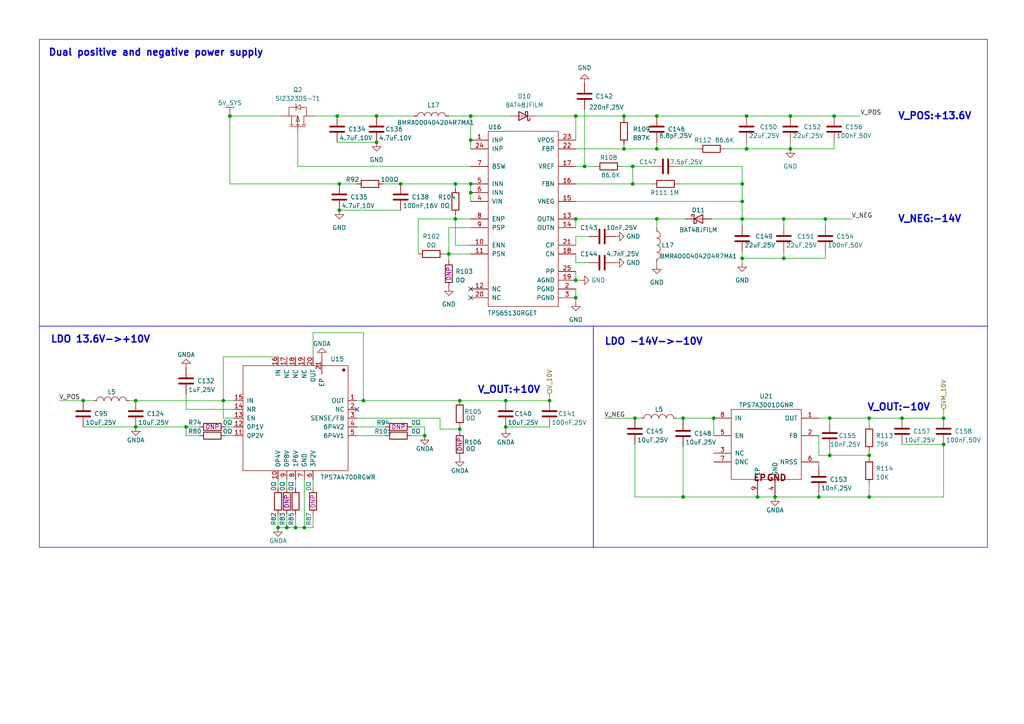
<source format=kicad_sch>
(kicad_sch (version 20230121) (generator eeschema)
  (paper "A4")
  (lib_symbols
    (symbol "00_HPM_power:GND" (power) (pin_names (offset 0))
      (property "Value" "GND" (at 0 -3.81 0))
      (symbol "GND_0_1"
        (polyline (pts (xy 0 0) (xy 0 -1.27) (xy 1.27 -1.27) (xy 0 -2.54) (xy -1.27 -1.27) (xy 0 -1.27)))
      )
      (symbol "GND_1_1"
        (pin power_in line (at 0 0 270) (length 0) hide (name "GND") (number "1"))
      )
    )
    (symbol "02_HPM_Resis:0Ω" (pin_numbers hide) (pin_names (offset 0))
      (property "Reference" "R" (at -3.81 0.635 0))
      (property "Value" "0Ω" (at 5.08 0.635 0))
      (symbol "0Ω_0_1"
        (rectangle (start 2.54 -1.016) (end -2.54 1.016) (stroke (width 0.254)))
      )
      (symbol "0Ω_1_1"
        (pin passive line (at -3.81 0 0) (length 1.27) (name "~") (number "1"))
        (pin passive line (at 3.81 0 180) (length 1.27) (name "~") (number "2"))
      )
    )
    (symbol "02_HPM_Resis:100Ω" (pin_numbers hide) (pin_names (offset 0))
      (property "Reference" "R" (at -3.81 0.635 0))
      (property "Value" "100Ω" (at 5.715 0.635 0))
      (symbol "100Ω_0_1"
        (rectangle (start 2.54 -1.016) (end -2.54 1.016) (stroke (width 0.254)))
      )
      (symbol "100Ω_1_1"
        (pin passive line (at -3.81 0 0) (length 1.27) (name "~") (number "1"))
        (pin passive line (at 3.81 0 180) (length 1.27) (name "~") (number "2"))
      )
    )
    (symbol "03_HPM_CAP:22uF,10V" (pin_numbers hide) (pin_names (offset 0.254))
      (property "Reference" "C" (at 0.635 2.54 0))
      (property "Value" "22uF,10V" (at 0.635 -2.54 0))
      (symbol "22uF,10V_0_1"
        (polyline (pts (xy -2.032 -0.762) (xy 2.032 -0.762)) (stroke (width 0.508)))
        (polyline (pts (xy -2.032 0.762) (xy 2.032 0.762)) (stroke (width 0.508)))
      )
      (symbol "22uF,10V_1_1"
        (pin passive line (at 0 3.81 270) (length 2.794) (name "~") (number "1"))
        (pin passive line (at 0 -3.81 90) (length 2.794) (name "~") (number "2"))
      )
    )
    (symbol "03_HPM_CAP:4.7uF,10V" (pin_numbers hide) (pin_names (offset 0.254))
      (property "Reference" "C" (at 0.635 2.54 0))
      (property "Value" "4.7uF,10V" (at 0.635 -2.54 0))
      (symbol "4.7uF,10V_0_1"
        (polyline (pts (xy -2.032 -0.762) (xy 2.032 -0.762)) (stroke (width 0.508)))
        (polyline (pts (xy -2.032 0.762) (xy 2.032 0.762)) (stroke (width 0.508)))
      )
      (symbol "4.7uF,10V_1_1"
        (pin passive line (at 0 3.81 270) (length 2.794) (name "~") (number "1"))
        (pin passive line (at 0 -3.81 90) (length 2.794) (name "~") (number "2"))
      )
    )
    (symbol "15_HPM_Libing:BLM21AG121SN1D" (pin_numbers hide) (pin_names (offset 1.016) hide)
      (property "Reference" "L?" (at 0 3.6576 0))
      (property "Value" "BLM21AG121SN1D" (at 0 8.7376 0))
      (symbol "BLM21AG121SN1D_1_1"
        (polyline (pts (xy 2.2098 0) (xy 2.2098 0.2032) (xy 2.2352 0.381) (xy 2.3114 0.5588) (xy 2.4384 0.7366) (xy 2.5654 0.8636) (xy 2.7432 0.9652) (xy 2.921 1.0414) (xy 3.1242 1.0668) (xy 3.3274 1.0668) (xy 3.5052 1.0414) (xy 3.7084 0.9652) (xy 3.8608 0.8382) (xy 4.0132 0.7112) (xy 4.1148 0.5334) (xy 4.191 0.3556) (xy 4.2164 0.1778) (xy 4.2164 0)) (stroke (width 0.1524)))
        (polyline (pts (xy -4.2926 0) (xy -4.2926 0.2032) (xy -4.2672 0.381) (xy -4.191 0.5588) (xy -4.064 0.7366) (xy -3.937 0.8636) (xy -3.7592 0.9652) (xy -3.5814 1.0414) (xy -3.3782 1.0922) (xy -3.2004 1.0922) (xy -2.9972 1.0414) (xy -2.8194 0.9652) (xy -2.6416 0.8636) (xy -2.5146 0.7366) (xy -2.3876 0.5588) (xy -2.3114 0.381) (xy -2.286 0.2032) (xy -2.286 0) (xy -2.286 0)) (stroke (width 0.1524)))
        (polyline (pts (xy -2.1336 0) (xy -2.159 0.2032) (xy -2.1082 0.381) (xy -2.032 0.5588) (xy -1.9304 0.7366) (xy -1.778 0.8636) (xy -1.6256 0.9652) (xy -1.4224 1.0414) (xy -1.2446 1.0922) (xy -1.0414 1.0922) (xy -0.8382 1.0414) (xy -0.6604 0.9906) (xy -0.4826 0.8636) (xy -0.3556 0.7366) (xy -0.2286 0.5842) (xy -0.1524 0.381) (xy -0.127 0.2032) (xy -0.127 0) (xy -0.127 0)) (stroke (width 0.1524)))
        (polyline (pts (xy 0 0) (xy 0 0.2032) (xy 0.0508 0.381) (xy 0.127 0.5588) (xy 0.2286 0.7366) (xy 0.381 0.8636) (xy 0.5334 0.9652) (xy 0.7112 1.0414) (xy 0.9144 1.0922) (xy 1.1176 1.0922) (xy 1.3208 1.0414) (xy 1.4986 0.9906) (xy 1.651 0.8636) (xy 1.8034 0.7366) (xy 1.905 0.5842) (xy 1.9812 0.381) (xy 2.032 0.2032) (xy 2.032 0) (xy 2.032 0)) (stroke (width 0.1524)))
        (pin input line (at -5.08 0 0) (length 0.762) (name "1") (number "1"))
        (pin input line (at 5.08 0 180) (length 0.762) (name "2") (number "2"))
      )
    )
    (symbol "Diode:BAT48JFILM" (pin_numbers hide) (pin_names (offset 1.016) hide)
      (property "Reference" "D" (at 0 2.54 0))
      (property "Value" "BAT48JFILM" (at 0 -2.54 0))
      (symbol "BAT48JFILM_0_1"
        (polyline (pts (xy 1.27 0) (xy -1.27 0)))
        (polyline (pts (xy 1.27 1.27) (xy 1.27 -1.27) (xy -1.27 0) (xy 1.27 1.27)) (stroke (width 0.254)))
        (polyline (pts (xy -1.905 0.635) (xy -1.905 1.27) (xy -1.27 1.27) (xy -1.27 -1.27) (xy -0.635 -1.27) (xy -0.635 -0.635)) (stroke (width 0.254)))
      )
      (symbol "BAT48JFILM_1_1"
        (pin passive line (at -3.81 0 0) (length 2.54) (name "K") (number "1"))
        (pin passive line (at 3.81 0 180) (length 2.54) (name "A") (number "2"))
      )
    )
    (symbol "Jumper:BMRA00040420100MA1" (pin_numbers hide) (pin_names (offset 1.016) hide)
      (property "Reference" "L" (at 0 3.556 0))
      (property "Value" "BMRA00040420100MA1" (at 0 8.636 0))
      (symbol "BMRA00040420100MA1_1_1"
        (arc (start -4.064 0) (mid -3.061 -1.0159) (end -2.0574 -0.0254) (stroke (width 0.1524)))
        (arc (start -2.032 0) (mid -1.029 -1.0159) (end -0.0254 -0.0254) (stroke (width 0.1524)))
        (arc (start 0 0) (mid 1.003 -1.0159) (end 2.0066 -0.0254) (stroke (width 0.1524)))
        (arc (start 2.032 0) (mid 3.035 -1.0159) (end 4.0386 -0.0254) (stroke (width 0.1524)))
        (pin input line (at -5.08 0 0) (length 1.016) (name "1") (number "1"))
        (pin input line (at 5.08 0 180) (length 1.016) (name "2") (number "2"))
      )
    )
    (symbol "hpm_power:5V_SYS" (power) (pin_numbers hide) (pin_names (offset 0) hide) (in_bom no) (on_board no)
      (property "Value" "5V_SYS" (at 0 3.81 0))
      (symbol "5V_SYS_0_1"
        (polyline (pts (xy -1.27 2.54) (xy 1.27 2.54)))
      )
      (symbol "5V_SYS_1_1"
        (pin power_in line (at 0 0 90) (length 2.54) (name "5V_SYS") (number "1"))
      )
    )
    (symbol "kicad_lceda:SI2323DS-T1" (pin_numbers hide) (pin_names (offset 1.016) hide)
      (property "Reference" "Q" (at 0 7.874 0))
      (property "Value" "SI2323DS-T1" (at 0 12.954 0))
      (symbol "SI2323DS-T1_1_1"
        (polyline (pts (xy -3.048 2.286) (xy -3.048 -2.286)) (stroke (width 0.1524)))
        (polyline (pts (xy -2.54 -2.286) (xy -2.54 -1.27)) (stroke (width 0.1524)))
        (polyline (pts (xy -2.54 -0.508) (xy -2.54 0.508)) (stroke (width 0.1524)))
        (polyline (pts (xy -2.54 2.286) (xy -2.54 1.27)) (stroke (width 0.1524)))
        (polyline (pts (xy 0 -1.778) (xy -2.54 -1.778)) (stroke (width 0.1524)))
        (polyline (pts (xy -2.54 0) (xy 0 0) (xy 0 1.778)) (stroke (width 0.1524)))
        (polyline (pts (xy 0 0) (xy -1.524 0.508) (xy -1.524 -0.508) (xy 0 0)) (stroke (width 0.1524)) (fill (type background)))
        (polyline (pts (xy 2.54 0.508) (xy 1.778 -0.762) (xy 3.302 -0.762) (xy 2.54 0.508)) (stroke (width 0.1524)) (fill (type background)))
        (polyline (pts (xy 3.556 0.508) (xy 3.048 0.508) (xy 2.032 0.508) (xy 1.524 0.508)) (stroke (width 0.1524)))
        (polyline (pts (xy -2.54 1.778) (xy 0 1.778) (xy 0 2.54) (xy 2.54 2.54) (xy 2.54 0.508)) (stroke (width 0.1524)))
        (polyline (pts (xy 0 -1.778) (xy 0 -2.032) (xy 0 -2.54) (xy 2.54 -2.54) (xy 2.54 -0.762)) (stroke (width 0.1524)))
        (pin input line (at -5.08 0 0) (length 2.54) (name "G") (number "1"))
        (pin input line (at 0 5.08 270) (length 2.54) (name "S") (number "2"))
        (pin input line (at 0 -5.08 90) (length 2.54) (name "D") (number "3"))
      )
    )
    (symbol "kicad_lceda:TPS65130RGET" (pin_names (offset 1.016))
      (property "Reference" "U" (at 0 27.9908 0))
      (property "Value" "TPS65130RGET" (at 0 33.0708 0))
      (symbol "TPS65130RGET_1_1"
        (rectangle (start -10.16 25.4) (end 10.16 -25.4) (stroke (width 0.1524)))
        (pin power_in line (at -15.24 22.86 0) (length 5.08) (name "INP") (number "1"))
        (pin input line (at -15.24 -7.62 0) (length 5.08) (name "ENN") (number "10"))
        (pin input line (at -15.24 -10.16 0) (length 5.08) (name "PSN") (number "11"))
        (pin input line (at -15.24 -20.32 0) (length 5.08) (name "NC") (number "12"))
        (pin power_in line (at 15.24 0 180) (length 5.08) (name "OUTN") (number "13"))
        (pin power_in line (at 15.24 -2.54 180) (length 5.08) (name "OUTN") (number "14"))
        (pin input line (at 15.24 5.08 180) (length 5.08) (name "VNEG") (number "15"))
        (pin input line (at 15.24 10.16 180) (length 5.08) (name "FBN") (number "16"))
        (pin output line (at 15.24 15.24 180) (length 5.08) (name "VREF") (number "17"))
        (pin input line (at 15.24 -10.16 180) (length 5.08) (name "CN") (number "18"))
        (pin power_in line (at 15.24 -17.78 180) (length 5.08) (name "AGND") (number "19"))
        (pin power_in line (at 15.24 -20.32 180) (length 5.08) (name "PGND") (number "2"))
        (pin input line (at -15.24 -22.86 0) (length 5.08) (name "NC") (number "20"))
        (pin input line (at 15.24 -7.62 180) (length 5.08) (name "CP") (number "21"))
        (pin input line (at 15.24 20.32 180) (length 5.08) (name "FBP") (number "22"))
        (pin input line (at 15.24 22.86 180) (length 5.08) (name "VPOS") (number "23"))
        (pin power_in line (at -15.24 20.32 0) (length 5.08) (name "INP") (number "24"))
        (pin power_in line (at 15.24 -15.24 180) (length 5.08) (name "PP") (number "25"))
        (pin power_in line (at 15.24 -22.86 180) (length 5.08) (name "PGND") (number "3"))
        (pin power_in line (at -15.24 5.08 0) (length 5.08) (name "VIN") (number "4"))
        (pin power_in line (at -15.24 10.16 0) (length 5.08) (name "INN") (number "5"))
        (pin power_in line (at -15.24 7.62 0) (length 5.08) (name "INN") (number "6"))
        (pin output line (at -15.24 15.24 0) (length 5.08) (name "BSW") (number "7"))
        (pin input line (at -15.24 0 0) (length 5.08) (name "ENP") (number "8"))
        (pin input line (at -15.24 -2.54 0) (length 5.08) (name "PSP") (number "9"))
      )
    )
    (symbol "kicad_lceda:TPS7A3001DGNR" (pin_names (offset 1.016))
      (property "Reference" "U" (at 0 15.24 0))
      (property "Value" "TPS7A3001DGNR" (at 0 20.32 0))
      (symbol "TPS7A3001DGNR_1_1"
        (rectangle (start -10.16 12.7) (end 10.16 -7.62) (stroke (width 0.1524)))
        (text "EP" (at -3.81 -7.112 0) (effects (font (size 1.8034 1.8034) bold) (justify left)))
        (text "GND" (at 0 -7.112 0) (effects (font (size 1.8034 1.8034) bold) (justify left)))
        (pin power_in line (at 15.24 10.16 180) (length 5.08) (name "OUT") (number "1"))
        (pin input line (at 15.24 5.08 180) (length 5.08) (name "FB") (number "2"))
        (pin input line (at -15.24 0 0) (length 5.08) (name "NC") (number "3"))
        (pin power_in line (at 2.54 -12.7 90) (length 5.08) (name "GND") (number "4"))
        (pin input line (at -15.24 5.08 0) (length 5.08) (name "EN") (number "5"))
        (pin input line (at 15.24 -2.54 180) (length 5.08) (name "NRSS") (number "6"))
        (pin input line (at -15.24 -2.54 0) (length 5.08) (name "DNC") (number "7"))
        (pin power_in line (at -15.24 10.16 0) (length 5.08) (name "IN") (number "8"))
        (pin input line (at -2.54 -12.7 90) (length 5.08) (name "EP") (number "9"))
      )
    )
    (symbol "kicad_lceda:TPS7A4700RGWR" (pin_names (offset 1.016))
      (property "Reference" "U" (at 0 20.955 0))
      (property "Value" "TPS7A4700RGWR" (at 0 26.035 0))
      (symbol "TPS7A4700RGWR_1_1"
        (rectangle (start -15.24 15.24) (end 15.24 -15.24) (stroke (width 0.1524)))
        (circle (center -13.97 13.97) (radius 0.381) (stroke (width 0.1524)) (fill (type outline)))
        (pin input line (at -17.78 5.08 0) (length 2.54) (name "OUT") (number "1"))
        (pin input line (at 5.08 -17.78 90) (length 2.54) (name "0P4V") (number "10"))
        (pin input line (at 17.78 -5.08 180) (length 2.54) (name "0P2V") (number "11"))
        (pin input line (at 17.78 -2.54 180) (length 2.54) (name "0P1V") (number "12"))
        (pin input line (at 17.78 0 180) (length 2.54) (name "EN") (number "13"))
        (pin input line (at 17.78 2.54 180) (length 2.54) (name "NR") (number "14"))
        (pin input line (at 17.78 5.08 180) (length 2.54) (name "IN") (number "15"))
        (pin input line (at 5.08 17.78 270) (length 2.54) (name "IN") (number "16"))
        (pin input line (at 2.54 17.78 270) (length 2.54) (name "NC") (number "17"))
        (pin input line (at 0 17.78 270) (length 2.54) (name "NC") (number "18"))
        (pin input line (at -2.54 17.78 270) (length 2.54) (name "NC") (number "19"))
        (pin input line (at -17.78 2.54 0) (length 2.54) (name "NC") (number "2"))
        (pin input line (at -5.08 17.78 270) (length 2.54) (name "OUT") (number "20"))
        (pin input line (at -7.62 17.78 270) (length 5.08) (name "EP") (number "21"))
        (pin input line (at -17.78 0 0) (length 2.54) (name "SENSE/FB") (number "3"))
        (pin input line (at -17.78 -2.54 0) (length 2.54) (name "6P4V2") (number "4"))
        (pin input line (at -17.78 -5.08 0) (length 2.54) (name "6P4V1") (number "5"))
        (pin input line (at -5.08 -17.78 90) (length 2.54) (name "3P2V") (number "6"))
        (pin input line (at -2.54 -17.78 90) (length 2.54) (name "GND") (number "7"))
        (pin input line (at 0 -17.78 90) (length 2.54) (name "1P6V") (number "8"))
        (pin input line (at 2.54 -17.78 90) (length 2.54) (name "0P8V") (number "9"))
      )
    )
    (symbol "power:GNDA" (power) (pin_names (offset 0))
      (property "Value" "GNDA" (at 0 -3.81 0))
      (symbol "GNDA_0_1"
        (polyline (pts (xy 0 0) (xy 0 -1.27) (xy 1.27 -1.27) (xy 0 -2.54) (xy -1.27 -1.27) (xy 0 -1.27)))
      )
      (symbol "GNDA_1_1"
        (pin power_in line (at 0 0 270) (length 0) hide (name "GNDA") (number "1"))
      )
    )
  )
  (junction (at 24.13 116.205))
  (junction (at 180.975 43.18))
  (junction (at 66.675 33.655))
  (junction (at 116.205 53.34))
  (junction (at 64.77 116.205))
  (junction (at 80.645 153.035))
  (junction (at 53.975 123.825))
  (junction (at 39.37 116.205))
  (junction (at 167.005 63.5))
  (junction (at 239.395 63.5))
  (junction (at 261.62 121.285))
  (junction (at 105.41 116.205))
  (junction (at 133.35 116.205))
  (junction (at 215.265 53.34))
  (junction (at 98.425 60.96))
  (junction (at 183.515 53.34))
  (junction (at 136.525 55.88))
  (junction (at 252.095 132.08))
  (junction (at 190.5 43.18))
  (junction (at 183.515 48.26))
  (junction (at 167.005 81.28))
  (junction (at 252.095 144.145))
  (junction (at 123.19 126.365))
  (junction (at 136.525 33.655))
  (junction (at 146.685 116.205))
  (junction (at 109.22 41.275))
  (junction (at 198.12 144.145))
  (junction (at 240.665 132.08))
  (junction (at 169.545 48.26))
  (junction (at 159.385 116.205))
  (junction (at 216.535 33.655))
  (junction (at 190.5 33.655))
  (junction (at 167.005 33.655))
  (junction (at 136.525 53.34))
  (junction (at 252.095 121.285))
  (junction (at 98.425 53.34))
  (junction (at 240.665 121.285))
  (junction (at 215.265 58.42))
  (junction (at 241.935 33.655))
  (junction (at 97.79 33.655))
  (junction (at 198.12 121.285))
  (junction (at 83.185 153.035))
  (junction (at 132.08 53.34))
  (junction (at 184.15 121.285))
  (junction (at 229.235 33.655))
  (junction (at 273.685 128.905))
  (junction (at 227.33 63.5))
  (junction (at 85.725 153.035))
  (junction (at 133.35 124.46))
  (junction (at 219.71 144.145))
  (junction (at 180.975 33.655))
  (junction (at 207.01 121.285))
  (junction (at 132.08 63.5))
  (junction (at 39.37 123.825))
  (junction (at 130.175 73.66))
  (junction (at 215.265 74.93))
  (junction (at 88.265 153.035))
  (junction (at 167.005 86.36))
  (junction (at 215.265 63.5))
  (junction (at 227.33 74.93))
  (junction (at 237.49 144.145))
  (junction (at 109.22 33.655))
  (junction (at 146.685 123.825))
  (junction (at 229.235 43.18))
  (junction (at 224.79 144.145))
  (junction (at 136.525 40.64))
  (junction (at 273.685 121.285))
  (junction (at 216.535 43.18))
  (junction (at 190.5 63.5))
  (no_connect (at 103.505 118.745))
  (no_connect (at 136.525 86.36))
  (no_connect (at 136.525 83.82))
  (wire (pts (xy 53.975 123.825) (xy 57.785 123.825)))
  (wire (pts (xy 90.805 103.505) (xy 90.805 96.52)))
  (wire (pts (xy 53.975 126.365) (xy 53.975 123.825)))
  (wire (pts (xy 130.175 33.655) (xy 136.525 33.655)))
  (wire (pts (xy 237.49 121.285) (xy 240.665 121.285)))
  (wire (pts (xy 239.395 63.5) (xy 227.33 63.5)))
  (wire (pts (xy 169.545 31.75) (xy 169.545 48.26)))
  (wire (pts (xy 239.395 63.5) (xy 239.395 65.405)))
  (wire (pts (xy 121.285 73.66) (xy 121.285 63.5)))
  (wire (pts (xy 241.935 43.18) (xy 229.235 43.18)))
  (wire (pts (xy 66.675 33.655) (xy 66.675 53.34)))
  (wire (pts (xy 216.535 43.18) (xy 229.235 43.18)))
  (wire (pts (xy 175.26 121.285) (xy 184.15 121.285)))
  (wire (pts (xy 237.49 142.875) (xy 237.49 144.145)))
  (wire (pts (xy 39.37 116.205) (xy 64.77 116.205)))
  (wire (pts (xy 136.525 48.26) (xy 86.36 48.26)))
  (wire (pts (xy 91.44 33.655) (xy 97.79 33.655)))
  (wire (pts (xy 227.33 73.025) (xy 227.33 74.93)))
  (wire (pts (xy 237.49 126.365) (xy 237.49 132.08)))
  (wire (pts (xy 121.285 63.5) (xy 132.08 63.5)))
  (wire (pts (xy 24.13 116.205) (xy 27.305 116.205)))
  (wire (pts (xy 184.15 121.285) (xy 186.055 121.285)))
  (wire (pts (xy 252.095 121.285) (xy 261.62 121.285)))
  (wire (pts (xy 190.5 63.5) (xy 198.755 63.5)))
  (wire (pts (xy 17.145 116.205) (xy 24.13 116.205)))
  (wire (pts (xy 64.77 116.205) (xy 67.945 116.205)))
  (wire (pts (xy 24.13 123.825) (xy 39.37 123.825)))
  (wire (pts (xy 167.005 76.2) (xy 170.815 76.2)))
  (wire (pts (xy 229.235 41.275) (xy 229.235 43.18)))
  (wire (pts (xy 133.35 125.095) (xy 133.35 124.46)))
  (wire (pts (xy 85.725 153.035) (xy 88.265 153.035)))
  (wire (pts (xy 252.095 140.335) (xy 252.095 144.145)))
  (wire (pts (xy 97.79 33.655) (xy 109.22 33.655)))
  (wire (pts (xy 190.5 33.655) (xy 216.535 33.655)))
  (wire (pts (xy 190.5 76.835) (xy 190.5 76.2)))
  (wire (pts (xy 239.395 73.025) (xy 239.395 74.93)))
  (wire (pts (xy 39.37 123.825) (xy 53.975 123.825)))
  (wire (pts (xy 167.005 33.655) (xy 167.005 40.64)))
  (wire (pts (xy 190.5 63.5) (xy 190.5 66.04)))
  (wire (pts (xy 210.185 43.18) (xy 216.535 43.18)))
  (wire (pts (xy 136.525 55.88) (xy 136.525 53.34)))
  (wire (pts (xy 132.08 63.5) (xy 132.08 71.12)))
  (wire (pts (xy 103.505 121.285) (xy 127.635 121.285)))
  (wire (pts (xy 240.665 130.175) (xy 240.665 132.08)))
  (wire (pts (xy 80.645 149.225) (xy 80.645 153.035)))
  (wire (pts (xy 180.975 34.29) (xy 180.975 33.655)))
  (wire (pts (xy 261.62 121.285) (xy 273.685 121.285)))
  (wire (pts (xy 146.685 116.205) (xy 159.385 116.205)))
  (wire (pts (xy 136.525 58.42) (xy 136.525 55.88)))
  (wire (pts (xy 132.08 53.34) (xy 132.08 54.61)))
  (wire (pts (xy 215.265 53.34) (xy 215.265 58.42)))
  (wire (pts (xy 136.525 63.5) (xy 132.08 63.5)))
  (wire (pts (xy 64.77 121.285) (xy 64.77 116.205)))
  (wire (pts (xy 240.665 121.285) (xy 240.665 122.555)))
  (wire (pts (xy 252.095 123.19) (xy 252.095 121.285)))
  (wire (pts (xy 252.095 132.715) (xy 252.095 132.08)))
  (wire (pts (xy 215.265 58.42) (xy 215.265 63.5)))
  (wire (pts (xy 37.465 116.205) (xy 39.37 116.205)))
  (wire (pts (xy 132.08 53.34) (xy 136.525 53.34)))
  (wire (pts (xy 90.805 149.225) (xy 90.805 153.035)))
  (wire (pts (xy 183.515 48.26) (xy 183.515 53.34)))
  (wire (pts (xy 190.5 43.18) (xy 190.5 41.275)))
  (wire (pts (xy 103.505 116.205) (xy 105.41 116.205)))
  (wire (pts (xy 109.22 33.655) (xy 120.015 33.655)))
  (wire (pts (xy 98.425 60.96) (xy 116.205 60.96)))
  (wire (pts (xy 67.945 121.285) (xy 64.77 121.285)))
  (wire (pts (xy 98.425 53.34) (xy 66.675 53.34)))
  (wire (pts (xy 273.685 144.145) (xy 252.095 144.145)))
  (wire (pts (xy 83.185 149.225) (xy 83.185 153.035)))
  (wire (pts (xy 65.405 126.365) (xy 67.945 126.365)))
  (wire (pts (xy 88.265 153.035) (xy 90.805 153.035)))
  (wire (pts (xy 215.265 74.93) (xy 227.33 74.93)))
  (wire (pts (xy 159.385 114.3) (xy 159.385 116.205)))
  (wire (pts (xy 85.725 149.225) (xy 85.725 153.035)))
  (wire (pts (xy 196.215 121.285) (xy 198.12 121.285)))
  (wire (pts (xy 227.33 63.5) (xy 215.265 63.5)))
  (wire (pts (xy 132.08 62.23) (xy 132.08 63.5)))
  (wire (pts (xy 80.645 153.035) (xy 83.185 153.035)))
  (wire (pts (xy 128.905 73.66) (xy 130.175 73.66)))
  (wire (pts (xy 133.35 124.46) (xy 127.635 124.46)))
  (wire (pts (xy 167.005 48.26) (xy 169.545 48.26)))
  (wire (pts (xy 53.975 114.3) (xy 53.975 118.745)))
  (wire (pts (xy 136.525 40.64) (xy 136.525 43.18)))
  (wire (pts (xy 227.33 74.93) (xy 239.395 74.93)))
  (wire (pts (xy 237.49 135.255) (xy 237.49 133.985)))
  (wire (pts (xy 216.535 33.655) (xy 229.235 33.655)))
  (wire (pts (xy 167.005 33.655) (xy 180.975 33.655)))
  (wire (pts (xy 98.425 53.34) (xy 103.505 53.34)))
  (wire (pts (xy 123.19 123.825) (xy 123.19 126.365)))
  (wire (pts (xy 66.675 33.655) (xy 81.28 33.655)))
  (wire (pts (xy 240.665 132.08) (xy 252.095 132.08)))
  (wire (pts (xy 207.01 121.285) (xy 207.01 126.365)))
  (wire (pts (xy 167.005 43.18) (xy 180.975 43.18)))
  (wire (pts (xy 167.005 53.34) (xy 183.515 53.34)))
  (wire (pts (xy 198.12 129.54) (xy 198.12 144.145)))
  (wire (pts (xy 97.79 41.275) (xy 109.22 41.275)))
  (wire (pts (xy 133.35 116.205) (xy 146.685 116.205)))
  (wire (pts (xy 273.685 118.745) (xy 273.685 121.285)))
  (wire (pts (xy 136.525 33.655) (xy 136.525 40.64)))
  (wire (pts (xy 155.575 33.655) (xy 167.005 33.655)))
  (wire (pts (xy 261.62 128.905) (xy 273.685 128.905)))
  (wire (pts (xy 183.515 53.34) (xy 189.23 53.34)))
  (wire (pts (xy 241.935 41.275) (xy 241.935 43.18)))
  (wire (pts (xy 83.185 139.065) (xy 83.185 141.605)))
  (wire (pts (xy 167.005 68.58) (xy 167.005 71.12)))
  (wire (pts (xy 196.85 53.34) (xy 215.265 53.34)))
  (wire (pts (xy 119.38 123.825) (xy 123.19 123.825)))
  (wire (pts (xy 180.975 33.655) (xy 190.5 33.655)))
  (wire (pts (xy 130.175 73.66) (xy 136.525 73.66)))
  (wire (pts (xy 133.35 124.46) (xy 133.35 123.825)))
  (wire (pts (xy 167.005 58.42) (xy 215.265 58.42)))
  (wire (pts (xy 85.725 139.065) (xy 85.725 141.605)))
  (wire (pts (xy 111.125 53.34) (xy 116.205 53.34)))
  (wire (pts (xy 105.41 96.52) (xy 105.41 116.205)))
  (wire (pts (xy 216.535 41.275) (xy 216.535 43.18)))
  (wire (pts (xy 227.33 65.405) (xy 227.33 63.5)))
  (wire (pts (xy 252.095 144.145) (xy 237.49 144.145)))
  (wire (pts (xy 64.77 103.505) (xy 64.77 116.205)))
  (wire (pts (xy 252.095 132.08) (xy 252.095 130.81)))
  (wire (pts (xy 219.71 144.145) (xy 224.79 144.145)))
  (wire (pts (xy 273.685 128.905) (xy 273.685 144.145)))
  (wire (pts (xy 146.685 124.46) (xy 146.685 123.825)))
  (wire (pts (xy 206.375 63.5) (xy 215.265 63.5)))
  (wire (pts (xy 85.725 153.035) (xy 83.185 153.035)))
  (wire (pts (xy 215.265 74.93) (xy 215.265 73.025)))
  (wire (pts (xy 167.005 73.66) (xy 167.005 76.2)))
  (wire (pts (xy 53.975 118.745) (xy 67.945 118.745)))
  (wire (pts (xy 136.525 33.655) (xy 147.955 33.655)))
  (wire (pts (xy 215.265 63.5) (xy 215.265 65.405)))
  (wire (pts (xy 167.005 63.5) (xy 190.5 63.5)))
  (wire (pts (xy 190.5 43.18) (xy 202.565 43.18)))
  (wire (pts (xy 207.01 121.285) (xy 198.12 121.285)))
  (wire (pts (xy 184.15 144.145) (xy 198.12 144.145)))
  (wire (pts (xy 170.815 68.58) (xy 167.005 68.58)))
  (wire (pts (xy 132.08 71.12) (xy 136.525 71.12)))
  (wire (pts (xy 241.935 33.655) (xy 249.555 33.655)))
  (wire (pts (xy 103.505 123.825) (xy 111.76 123.825)))
  (wire (pts (xy 183.515 48.26) (xy 189.23 48.26)))
  (wire (pts (xy 215.265 76.2) (xy 215.265 74.93)))
  (wire (pts (xy 80.645 103.505) (xy 64.77 103.505)))
  (wire (pts (xy 167.005 63.5) (xy 167.005 66.04)))
  (wire (pts (xy 90.805 96.52) (xy 105.41 96.52)))
  (wire (pts (xy 127.635 124.46) (xy 127.635 121.285)))
  (wire (pts (xy 180.975 43.18) (xy 190.5 43.18)))
  (wire (pts (xy 146.685 123.825) (xy 159.385 123.825)))
  (wire (pts (xy 130.175 66.04) (xy 130.175 73.66)))
  (wire (pts (xy 239.395 63.5) (xy 247.015 63.5)))
  (wire (pts (xy 88.265 139.065) (xy 88.265 153.035)))
  (wire (pts (xy 119.38 126.365) (xy 123.19 126.365)))
  (wire (pts (xy 198.12 144.145) (xy 219.71 144.145)))
  (wire (pts (xy 130.175 75.565) (xy 130.175 73.66)))
  (wire (pts (xy 237.49 144.145) (xy 224.79 144.145)))
  (wire (pts (xy 237.49 132.08) (xy 240.665 132.08)))
  (wire (pts (xy 229.235 33.655) (xy 241.935 33.655)))
  (wire (pts (xy 86.36 48.26) (xy 86.36 38.735)))
  (wire (pts (xy 136.525 66.04) (xy 130.175 66.04)))
  (wire (pts (xy 167.005 86.36) (xy 167.005 87.63)))
  (wire (pts (xy 65.405 123.825) (xy 67.945 123.825)))
  (wire (pts (xy 198.12 121.285) (xy 198.12 121.92)))
  (wire (pts (xy 111.76 126.365) (xy 103.505 126.365)))
  (wire (pts (xy 180.34 48.26) (xy 183.515 48.26)))
  (wire (pts (xy 180.975 43.18) (xy 180.975 41.91)))
  (wire (pts (xy 169.545 48.26) (xy 172.72 48.26)))
  (wire (pts (xy 215.265 48.26) (xy 215.265 53.34)))
  (wire (pts (xy 105.41 116.205) (xy 133.35 116.205)))
  (wire (pts (xy 240.665 121.285) (xy 252.095 121.285)))
  (wire (pts (xy 167.005 78.74) (xy 167.005 81.28)))
  (wire (pts (xy 184.15 128.905) (xy 184.15 144.145)))
  (wire (pts (xy 116.205 53.34) (xy 132.08 53.34)))
  (wire (pts (xy 57.785 126.365) (xy 53.975 126.365)))
  (wire (pts (xy 167.005 83.82) (xy 167.005 86.36)))
  (wire (pts (xy 168.275 81.28) (xy 167.005 81.28)))
  (wire (pts (xy 80.645 139.065) (xy 80.645 141.605)))
  (wire (pts (xy 90.805 139.065) (xy 90.805 141.605)))
  (wire (pts (xy 196.85 48.26) (xy 215.265 48.26)))
  (rectangle (start 11.43 94.615) (end 172.085 158.75))
  (rectangle (start 172.085 94.615) (end 286.385 158.75))
  (rectangle (start 11.43 11.43) (end 286.385 94.615))
  (text "LDO 13.6V->+10V" (at 14.605 99.695 0) (effects (font (size 2 2) (thickness 0.4) bold) (justify left bottom)))
  (text "V_POS:+13.6V" (at 260.35 34.925 0) (effects (font (size 2 2) (thickness 0.4) bold) (justify left bottom)))
  (text "LDO -14V->-10V" (at 175.26 100.33 0) (effects (font (size 2 2) (thickness 0.4) bold) (justify left bottom)))
  (text "V_OUT:-10V" (at 251.46 119.38 0) (effects (font (size 2 2) (thickness 0.4) bold) (justify left bottom)))
  (text "V_OUT:+10V" (at 138.43 114.3 0) (effects (font (size 2 2) (thickness 0.4) bold) (justify left bottom)))
  (text "Dual positive and negative power supply" (at 13.97 16.51 0) (effects (font (size 2 2) (thickness 0.4) bold) (justify left bottom)))
  (text "V_NEG:-14V" (at 260.35 64.77 0) (effects (font (size 2 2) (thickness 0.4) bold) (justify left bottom)))
  (label "V_NEG" (at 175.26 121.285 0))
  (label "V_NEG" (at 247.015 63.5 0))
  (label "V_POS" (at 17.145 116.205 0))
  (label "V_POS" (at 249.555 33.655 0))
  (hierarchical_label "V_10V" (shape input) (at 159.385 114.3 90))
  (hierarchical_label "VM_10V" (shape input) (at 273.685 118.745 90))
  (symbol (lib_id "03_HPM_CAP:4.7uF,10V") (at 53.975 110.49 0) (unit 1)
    (property "Reference" "C132" (at 57.15 110.49 0) (effects (justify left)))
    (property "Value" "1uF,25V" (at 54.61 113.03 0) (effects (justify left)))
    (property "Footprint" "03_HPM_Capacitance:C_0402_1005Metric" (effects hide))
  )
  (symbol (lib_id "03_HPM_CAP:4.7uF,10V") (at 198.12 125.73 0) (unit 1)
    (property "Reference" "C148" (at 201.295 125.73 0) (effects (justify left)))
    (property "Value" "10uF,25V" (at 198.755 128.27 0) (effects (justify left)))
    (property "Footprint" "03_HPM_Capacitance:C_0603_1608Metric" (effects hide))
  )
  (symbol (lib_id "02_HPM_Resis:0Ω") (at 61.595 123.825 0) (unit 1)
    (property "Reference" "R74" (at 56.515 122.555 0))
    (property "Value" "0Ω" (at 66.04 122.555 0))
    (property "Footprint" "02_HPM_Resistor:R_0402_1005Metric" (effects hide))
    (property "DNP" "DNP" (at 61.595 123.825 0))
  )
  (symbol (lib_id "15_HPM_Libing:BLM21AG121SN1D") (at 32.385 116.205 0) (unit 1)
    (property "Reference" "L5" (at 32.385 113.665 0))
    (property "Value" "BLM21AG121SN1D" (effects hide))
    (property "Footprint" "kicad_lceda:L0805" (effects hide))
    (property "Datasheet" "http://www.szlcsc.com/product/details_90170.html" (effects hide))
    (property "SuppliersPartNumber" "C88990" (effects hide))
    (property "uuid" "std:c6c312cff53c449fa945d85d178df128" (effects hide))
    (property "Model" "BLM21AG121SN1D" (effects hide))
    (property "Company" " muRata(村田) " (effects hide))
    (instances (project "HPM6750_ADC_EVK_RevA" (path "" (reference "L5") (unit 1))) (project "HPM600ADCEVKRevB" (path "" (reference "L11") (unit 1))))
  )
  (symbol (lib_id "power:GNDA") (at 93.345 103.505 180) (unit 1)
    (property "Reference" "#PWR074" (effects hide))
    (property "Value" "GNDA" (at 93.345 99.695 0))
    (instances (project "HPM6750_ADC_EVK_RevA" (path "" (reference "#PWR074") (unit 1)) (path "" (reference "#PWR088") (unit 1)) (path "" (reference "#PWR0204") (unit 1))) (project "HPM600ADCEVKRevB" (path "" (reference "#PWR0222") (unit 1))))
  )
  (symbol (lib_id "03_HPM_CAP:4.7uF,10V") (at 116.205 57.15 0) (unit 1)
    (property "Reference" "C138" (at 119.38 57.15 0) (effects (justify left)))
    (property "Value" "100nF,16V" (at 116.84 59.69 0) (effects (justify left)))
    (property "Footprint" "03_HPM_Capacitance:C_0402_1005Metric" (effects hide))
  )
  (symbol (lib_id "02_HPM_Resis:0Ω") (at 61.595 126.365 0) (unit 1)
    (property "Reference" "R80" (at 56.515 125.095 0))
    (property "Value" "0Ω" (at 66.04 125.095 0))
    (property "Footprint" "02_HPM_Resistor:R_0402_1005Metric" (effects hide))
  )
  (symbol (lib_id "03_HPM_CAP:22uF,10V") (at 239.395 69.215 0) (unit 1)
    (property "Reference" "C154" (at 242.57 68.58 0) (effects (justify left)))
    (property "Value" "100nF,50V" (at 240.03 71.12 0) (effects (justify left)))
    (property "Footprint" "03_HPM_Capacitance:C_0402_1005Metric" (effects hide))
  )
  (symbol (lib_id "03_HPM_CAP:4.7uF,10V") (at 24.13 120.015 0) (unit 1)
    (property "Reference" "C95" (at 27.305 120.015 0) (effects (justify left)))
    (property "Value" "10uF,25V" (at 24.765 122.555 0) (effects (justify left)))
    (property "Footprint" "03_HPM_Capacitance:C_0603_1608Metric" (effects hide))
  )
  (symbol (lib_id "Diode:BAT48JFILM") (at 151.765 33.655 180) (unit 1)
    (property "Reference" "D10" (at 152.0825 27.94 0))
    (property "Value" "BAT48JFILM" (at 152.0825 30.48 0))
    (property "Footprint" "04_HPM_Diode:D_SOD-323" (effects hide))
    (property "Datasheet" "www.st.com/resource/en/datasheet/bat48.pdf" (effects hide))
  )
  (symbol (lib_id "02_HPM_Resis:0Ω") (at 132.08 58.42 90) (unit 1)
    (property "Reference" "R104" (at 127 57.15 90) (effects (justify right)))
    (property "Value" "0Ω" (at 127.635 59.69 90) (effects (justify right)))
    (property "Footprint" "02_HPM_Resistor:R_0402_1005Metric" (effects hide))
  )
  (symbol (lib_id "Jumper:BMRA00040420100MA1") (at 125.095 33.655 180) (unit 1)
    (property "Reference" "L17" (at 125.73 30.48 0))
    (property "Value" "BMRA000404204R7MA1" (at 126.365 35.56 0))
    (property "Footprint" "kicad_lceda:IND-SMD_L4.6-W4.1" (effects hide))
    (property "SuppliersPartNumber" "C2838338" (effects hide))
    (property "uuid" "std:caeaf069acbc4ccdb76acdbd2eaebbe6" (effects hide))
    (instances (project "HPM6750_ADC_EVK_RevA" (path "" (reference "L17") (unit 1))) (project "HPM600ADCEVKRevB" (path "" (reference "L12") (unit 1))))
  )
  (symbol (lib_id "02_HPM_Resis:0Ω") (at 193.04 53.34 180) (unit 1)
    (property "Reference" "R111" (at 191.135 55.88 0))
    (property "Value" "1M" (at 195.58 55.88 0))
    (property "Footprint" "02_HPM_Resistor:R_0402_1005Metric" (effects hide))
  )
  (symbol (lib_id "00_HPM_power:GND") (at 229.235 43.18 0) (unit 1)
    (property "Reference" "#PWR?" (effects hide))
    (property "Value" "GND" (at 229.235 48.26 0))
    (instances (project "HPM62_63_144_ADC_EVK_RevC" (path "" (reference "#PWR?") (unit 1))) (project "HPM600ADCEVKRevB" (path "" (reference "#PWR096") (unit 1)) (path "" (reference "#PWR0232") (unit 1))))
  )
  (symbol (lib_id "03_HPM_CAP:4.7uF,10V") (at 240.665 126.365 0) (unit 1)
    (property "Reference" "C155" (at 243.205 126.365 0) (effects (justify left)))
    (property "Value" "10nF,25V" (at 240.665 128.905 0) (effects (justify left)))
    (property "Footprint" "03_HPM_Capacitance:C_0402_1005Metric" (effects hide))
  )
  (symbol (lib_id "00_HPM_power:GND") (at 98.425 60.96 0) (unit 1)
    (property "Reference" "#PWR?" (effects hide))
    (property "Value" "GND" (at 98.425 66.04 0))
    (instances (project "HPM62_63_144_ADC_EVK_RevC" (path "" (reference "#PWR?") (unit 1))) (project "HPM600ADCEVKRevB" (path "" (reference "#PWR096") (unit 1)) (path "" (reference "#PWR0224") (unit 1))))
  )
  (symbol (lib_id "00_HPM_power:GND") (at 178.435 76.2 90) (unit 1)
    (property "Reference" "#PWR?" (effects hide))
    (property "Value" "GND" (at 181.61 76.2 90) (effects (justify right)))
    (instances (project "HPM62_63_144_ADC_EVK_RevC" (path "" (reference "#PWR?") (unit 1))) (project "HPM600ADCEVKRevB" (path "" (reference "#PWR096") (unit 1)) (path "" (reference "#PWR0226") (unit 1))))
  )
  (symbol (lib_id "03_HPM_CAP:22uF,10V") (at 174.625 76.2 90) (unit 1)
    (property "Reference" "C144" (at 173.355 73.66 90) (effects (justify left)))
    (property "Value" "4.7nF,25V" (at 185.42 73.66 90) (effects (justify left)))
    (property "Footprint" "03_HPM_Capacitance:C_0402_1005Metric" (effects hide))
  )
  (symbol (lib_id "03_HPM_CAP:4.7uF,10V") (at 261.62 125.095 0) (unit 1)
    (property "Reference" "C157" (at 264.795 125.095 0) (effects (justify left)))
    (property "Value" "10uF,25V" (at 262.255 127.635 0) (effects (justify left)))
    (property "Footprint" "03_HPM_Capacitance:C_0603_1608Metric" (effects hide))
  )
  (symbol (lib_id "03_HPM_CAP:22uF,10V") (at 193.04 48.26 90) (unit 1)
    (property "Reference" "C147" (at 190.5 46.99 90) (effects (justify left)))
    (property "Value" "7.5pF,25V" (at 203.835 46.99 90) (effects (justify left)))
    (property "Footprint" "03_HPM_Capacitance:C_0402_1005Metric" (effects hide))
  )
  (symbol (lib_id "kicad_lceda:TPS7A4700RGWR") (at 85.725 121.285 0) (mirror y) (unit 1)
    (property "Reference" "U15" (at 97.79 104.14 0))
    (property "Value" "TPS7A4700RGWR" (at 100.965 138.43 0))
    (property "Footprint" "kicad_lceda:VQFN-20_L5.0-W5.0-P0.65-TL-EP" (effects hide))
    (property "Datasheet" "http://www.szlcsc.com/product/details_116080.html" (effects hide))
    (property "SuppliersPartNumber" "C114839" (effects hide))
    (property "uuid" "std:57c9613180e44366bde613de60ddcb3f" (effects hide))
  )
  (symbol (lib_id "03_HPM_CAP:22uF,10V") (at 169.545 27.94 180) (unit 1)
    (property "Reference" "C142" (at 177.8 27.94 0) (effects (justify left)))
    (property "Value" "220nF,25V" (at 180.975 31.115 0) (effects (justify left)))
    (property "Footprint" "03_HPM_Capacitance:C_0402_1005Metric" (effects hide))
  )
  (symbol (lib_id "02_HPM_Resis:0Ω") (at 206.375 43.18 180) (unit 1)
    (property "Reference" "R112" (at 203.835 40.64 0))
    (property "Value" "86.6K" (at 210.185 40.64 0))
    (property "Footprint" "02_HPM_Resistor:R_0402_1005Metric" (effects hide))
  )
  (symbol (lib_id "15_HPM_Libing:BLM21AG121SN1D") (at 191.135 121.285 0) (unit 1)
    (property "Reference" "L5" (at 191.135 118.745 0))
    (property "Value" "BLM21AG121SN1D" (effects hide))
    (property "Footprint" "kicad_lceda:L0805" (effects hide))
    (property "Datasheet" "http://www.szlcsc.com/product/details_90170.html" (effects hide))
    (property "SuppliersPartNumber" "C88990" (effects hide))
    (property "uuid" "std:c6c312cff53c449fa945d85d178df128" (effects hide))
    (property "Model" "BLM21AG121SN1D" (effects hide))
    (property "Company" " muRata(村田) " (effects hide))
    (instances (project "HPM6750_ADC_EVK_RevA" (path "" (reference "L5") (unit 1))) (project "HPM600ADCEVKRevB" (path "" (reference "L15") (unit 1))))
  )
  (symbol (lib_id "03_HPM_CAP:4.7uF,10V") (at 184.15 125.095 0) (unit 1)
    (property "Reference" "C145" (at 187.325 125.095 0) (effects (justify left)))
    (property "Value" "10uF,25V" (at 184.785 127.635 0) (effects (justify left)))
    (property "Footprint" "03_HPM_Capacitance:C_0603_1608Metric" (effects hide))
  )
  (symbol (lib_id "02_HPM_Resis:100Ω") (at 107.315 53.34 0) (unit 1)
    (property "Reference" "R92" (at 102.235 52.07 0))
    (property "Value" "100Ω" (at 113.03 52.07 0))
    (property "Footprint" "02_HPM_Resistor:R_0805_2012Metric" (effects hide))
  )
  (symbol (lib_id "kicad_lceda:SI2323DS-T1") (at 86.36 33.655 90) (unit 1)
    (property "Reference" "Q2" (at 86.36 26.035 90))
    (property "Value" "SI2323DS-T1" (at 86.36 28.575 90))
    (property "Footprint" "kicad_lceda:SOT-23-3_L2.9-W1.3-P1.90-LS2.4-BR-3" (effects hide))
    (property "Datasheet" "http://www.szlcsc.com/product/details_725430.html" (effects hide))
    (property "SuppliersPartNumber" "C693130" (effects hide))
    (property "uuid" "std:0b70daf0dc504e81a40f481e20bc54c2" (effects hide))
  )
  (symbol (lib_id "03_HPM_CAP:22uF,10V") (at 215.265 69.215 0) (unit 1)
    (property "Reference" "C149" (at 219.075 68.58 0) (effects (justify left)))
    (property "Value" "22uF,25V" (at 215.9 71.12 0) (effects (justify left)))
    (property "Footprint" "03_HPM_Capacitance:C_0805_2012Metric" (effects hide))
  )
  (symbol (lib_id "03_HPM_CAP:22uF,10V") (at 229.235 37.465 0) (unit 1)
    (property "Reference" "C152" (at 233.045 36.83 0) (effects (justify left)))
    (property "Value" "22uF,25V" (at 229.87 39.37 0) (effects (justify left)))
    (property "Footprint" "03_HPM_Capacitance:C_0805_2012Metric" (effects hide))
  )
  (symbol (lib_id "00_HPM_power:GND") (at 168.275 81.28 90) (unit 1)
    (property "Reference" "#PWR?" (effects hide))
    (property "Value" "GND" (at 171.45 81.28 90) (effects (justify right)))
    (instances (project "HPM62_63_144_ADC_EVK_RevC" (path "" (reference "#PWR?") (unit 1))) (project "HPM600ADCEVKRevB" (path "" (reference "#PWR096") (unit 1)) (path "" (reference "#PWR0223") (unit 1))))
  )
  (symbol (lib_id "kicad_lceda:TPS65130RGET") (at 151.765 63.5 0) (unit 1)
    (property "Reference" "U16" (at 143.51 36.83 0))
    (property "Value" "TPS65130RGET" (at 148.59 90.805 0))
    (property "Footprint" "kicad_lceda:VQFN-24_L4.0-W4.0-P0.50-TL-EP" (effects hide))
    (property "Datasheet" "http://www.szlcsc.com/product/details_145274.html" (effects hide))
    (property "SuppliersPartNumber" "C133966" (effects hide))
    (property "uuid" "std:f3eca61be60e4188b1574ee3a00fda67" (effects hide))
  )
  (symbol (lib_id "kicad_lceda:TPS7A3001DGNR") (at 222.25 131.445 0) (unit 1)
    (property "Reference" "U21" (at 222.25 114.935 0))
    (property "Value" "TPS7A3001DGNR" (at 222.25 117.475 0))
    (property "Footprint" "kicad_lceda:MSOP-8_L3.0-W3.0-P0.65-LS5.0-BL-EP" (effects hide))
    (property "Datasheet" "http://www.szlcsc.com/product/details_34802.html" (effects hide))
    (property "SuppliersPartNumber" "C33835" (effects hide))
    (property "uuid" "std:7f77567e38b1f944123bc50338194e7d" (effects hide))
  )
  (symbol (lib_id "03_HPM_CAP:22uF,10V") (at 241.935 37.465 0) (unit 1)
    (property "Reference" "C156" (at 245.11 36.83 0) (effects (justify left)))
    (property "Value" "100nF,50V" (at 242.57 39.37 0) (effects (justify left)))
    (property "Footprint" "03_HPM_Capacitance:C_0402_1005Metric" (effects hide))
  )
  (symbol (lib_id "power:GNDA") (at 39.37 123.825 0) (unit 1)
    (property "Reference" "#PWR074" (effects hide))
    (property "Value" "GNDA" (at 39.37 127.635 0))
    (instances (project "HPM6750_ADC_EVK_RevA" (path "" (reference "#PWR074") (unit 1)) (path "" (reference "#PWR088") (unit 1)) (path "" (reference "#PWR0204") (unit 1))) (project "HPM600ADCEVKRevB" (path "" (reference "#PWR0124") (unit 1))))
  )
  (symbol (lib_id "00_HPM_power:GND") (at 190.5 76.835 0) (unit 1)
    (property "Reference" "#PWR?" (effects hide))
    (property "Value" "GND" (at 190.5 81.915 0))
    (instances (project "HPM62_63_144_ADC_EVK_RevC" (path "" (reference "#PWR?") (unit 1))) (project "HPM600ADCEVKRevB" (path "" (reference "#PWR096") (unit 1)) (path "" (reference "#PWR0228") (unit 1))))
  )
  (symbol (lib_id "02_HPM_Resis:0Ω") (at 133.35 128.905 90) (unit 1)
    (property "Reference" "R106" (at 137.16 128.27 90))
    (property "Value" "0Ω" (at 136.525 130.175 90))
    (property "Footprint" "02_HPM_Resistor:R_0402_1005Metric" (effects hide))
    (property "DNP" "DNP" (at 133.35 128.905 0))
  )
  (symbol (lib_id "03_HPM_CAP:4.7uF,10V") (at 39.37 120.015 0) (unit 1)
    (property "Reference" "C124" (at 42.545 120.015 0) (effects (justify left)))
    (property "Value" "10uF,25V" (at 40.005 122.555 0) (effects (justify left)))
    (property "Footprint" "03_HPM_Capacitance:C_0603_1608Metric" (effects hide))
  )
  (symbol (lib_id "00_HPM_power:GND") (at 169.545 24.13 180) (unit 1)
    (property "Reference" "#PWR?" (effects hide))
    (property "Value" "GND" (at 169.545 19.685 0))
    (instances (project "HPM62_63_144_ADC_EVK_RevC" (path "" (reference "#PWR?") (unit 1))) (project "HPM600ADCEVKRevB" (path "" (reference "#PWR096") (unit 1)) (path "" (reference "#PWR0233") (unit 1))))
  )
  (symbol (lib_id "00_HPM_power:GND") (at 167.005 87.63 0) (unit 1)
    (property "Reference" "#PWR?" (effects hide))
    (property "Value" "GND" (at 167.005 92.71 0))
    (instances (project "HPM62_63_144_ADC_EVK_RevC" (path "" (reference "#PWR?") (unit 1))) (project "HPM600ADCEVKRevB" (path "" (reference "#PWR096") (unit 1)) (path "" (reference "#PWR0150") (unit 1))))
  )
  (symbol (lib_id "02_HPM_Resis:0Ω") (at 252.095 127 90) (unit 1)
    (property "Reference" "R113" (at 254 126.365 90) (effects (justify right)))
    (property "Value" "75K" (at 254 128.905 90) (effects (justify right)))
    (property "Footprint" "02_HPM_Resistor:R_0402_1005Metric" (effects hide))
  )
  (symbol (lib_id "03_HPM_CAP:22uF,10V") (at 216.535 37.465 0) (unit 1)
    (property "Reference" "C150" (at 220.345 36.83 0) (effects (justify left)))
    (property "Value" "22uF,25V" (at 217.17 39.37 0) (effects (justify left)))
    (property "Footprint" "03_HPM_Capacitance:C_0805_2012Metric" (effects hide))
  )
  (symbol (lib_id "02_HPM_Resis:0Ω") (at 85.725 145.415 90) (unit 1)
    (property "Reference" "R85" (at 84.455 150.495 0))
    (property "Value" "0Ω" (at 84.455 140.97 0))
    (property "Footprint" "02_HPM_Resistor:R_0402_1005Metric" (effects hide))
  )
  (symbol (lib_id "03_HPM_CAP:4.7uF,10V") (at 273.685 125.095 0) (unit 1)
    (property "Reference" "C158" (at 276.86 125.095 0) (effects (justify left)))
    (property "Value" "100nF,50V" (at 274.32 127.635 0) (effects (justify left)))
    (property "Footprint" "03_HPM_Capacitance:C_0402_1005Metric" (effects hide))
  )
  (symbol (lib_id "00_HPM_power:GND") (at 215.265 76.2 0) (unit 1)
    (property "Reference" "#PWR?" (effects hide))
    (property "Value" "GND" (at 215.265 81.28 0))
    (instances (project "HPM62_63_144_ADC_EVK_RevC" (path "" (reference "#PWR?") (unit 1))) (project "HPM600ADCEVKRevB" (path "" (reference "#PWR096") (unit 1)) (path "" (reference "#PWR0229") (unit 1))))
  )
  (symbol (lib_id "02_HPM_Resis:0Ω") (at 90.805 145.415 90) (unit 1)
    (property "Reference" "R87" (at 89.535 150.495 0))
    (property "Value" "0Ω" (at 89.535 140.97 0))
    (property "Footprint" "02_HPM_Resistor:R_0402_1005Metric" (effects hide))
    (property "DNP" "DNP" (at 90.805 145.415 0))
  )
  (symbol (lib_id "power:GNDA") (at 146.685 124.46 0) (unit 1)
    (property "Reference" "#PWR074" (effects hide))
    (property "Value" "GNDA" (at 146.685 128.27 0))
    (instances (project "HPM6750_ADC_EVK_RevA" (path "" (reference "#PWR074") (unit 1)) (path "" (reference "#PWR088") (unit 1)) (path "" (reference "#PWR0204") (unit 1))) (project "HPM600ADCEVKRevB" (path "" (reference "#PWR0231") (unit 1))))
  )
  (symbol (lib_id "03_HPM_CAP:22uF,10V") (at 190.5 37.465 0) (unit 1)
    (property "Reference" "C146" (at 193.675 37.465 0) (effects (justify left)))
    (property "Value" "6.8pF,25V" (at 191.135 39.37 0) (effects (justify left)))
    (property "Footprint" "03_HPM_Capacitance:C_0402_1005Metric" (effects hide))
  )
  (symbol (lib_id "03_HPM_CAP:4.7uF,10V") (at 146.685 120.015 180) (unit 1)
    (property "Reference" "C140" (at 154.305 120.015 0) (effects (justify left)))
    (property "Value" "10uF,25V" (at 156.21 122.555 0) (effects (justify left)))
    (property "Footprint" "03_HPM_Capacitance:C_0603_1608Metric" (effects hide))
  )
  (symbol (lib_id "03_HPM_CAP:4.7uF,10V") (at 98.425 57.15 0) (unit 1)
    (property "Reference" "C135" (at 101.6 57.15 0) (effects (justify left)))
    (property "Value" "4.7uF,10V" (at 99.06 59.69 0) (effects (justify left)))
    (property "Footprint" "03_HPM_Capacitance:C_0603_1608Metric" (effects hide))
  )
  (symbol (lib_id "03_HPM_CAP:4.7uF,10V") (at 159.385 120.015 180) (unit 1)
    (property "Reference" "C141" (at 167.005 120.015 0) (effects (justify left)))
    (property "Value" "100nF,25V" (at 170.18 122.555 0) (effects (justify left)))
    (property "Footprint" "03_HPM_Capacitance:C_0402_1005Metric" (effects hide))
  )
  (symbol (lib_id "02_HPM_Resis:0Ω") (at 80.645 145.415 90) (unit 1)
    (property "Reference" "R82" (at 79.375 150.495 0))
    (property "Value" "0Ω" (at 79.375 140.97 0))
    (property "Footprint" "02_HPM_Resistor:R_0402_1005Metric" (effects hide))
  )
  (symbol (lib_id "power:GNDA") (at 80.645 153.035 0) (unit 1)
    (property "Reference" "#PWR074" (effects hide))
    (property "Value" "GNDA" (at 80.645 156.845 0))
    (instances (project "HPM6750_ADC_EVK_RevA" (path "" (reference "#PWR074") (unit 1)) (path "" (reference "#PWR088") (unit 1)) (path "" (reference "#PWR0204") (unit 1))) (project "HPM600ADCEVKRevB" (path "" (reference "#PWR0221") (unit 1))))
  )
  (symbol (lib_id "00_HPM_power:GND") (at 130.175 83.185 0) (unit 1)
    (property "Reference" "#PWR?" (effects hide))
    (property "Value" "GND" (at 130.175 88.265 0))
    (instances (project "HPM62_63_144_ADC_EVK_RevC" (path "" (reference "#PWR?") (unit 1))) (project "HPM600ADCEVKRevB" (path "" (reference "#PWR096") (unit 1)) (path "" (reference "#PWR0119") (unit 1))))
  )
  (symbol (lib_id "02_HPM_Resis:0Ω") (at 125.095 73.66 0) (unit 1)
    (property "Reference" "R102" (at 125.095 68.58 0))
    (property "Value" "0Ω" (at 125.095 71.12 0))
    (property "Footprint" "02_HPM_Resistor:R_0402_1005Metric" (effects hide))
  )
  (symbol (lib_id "03_HPM_CAP:4.7uF,10V") (at 97.79 37.465 0) (unit 1)
    (property "Reference" "C134" (at 100.965 37.465 0) (effects (justify left)))
    (property "Value" "4.7uF,10V" (at 98.425 40.005 0) (effects (justify left)))
    (property "Footprint" "03_HPM_Capacitance:C_0603_1608Metric" (effects hide))
  )
  (symbol (lib_id "02_HPM_Resis:0Ω") (at 176.53 48.26 180) (unit 1)
    (property "Reference" "R108" (at 176.53 45.72 0))
    (property "Value" "86.6K" (at 177.165 50.8 0))
    (property "Footprint" "02_HPM_Resistor:R_0402_1005Metric" (effects hide))
  )
  (symbol (lib_id "02_HPM_Resis:0Ω") (at 252.095 136.525 90) (unit 1)
    (property "Reference" "R114" (at 254 135.89 90) (effects (justify right)))
    (property "Value" "10K" (at 254 138.43 90) (effects (justify right)))
    (property "Footprint" "02_HPM_Resistor:R_0402_1005Metric" (effects hide))
  )
  (symbol (lib_id "03_HPM_CAP:4.7uF,10V") (at 109.22 37.465 0) (unit 1)
    (property "Reference" "C136" (at 111.76 37.465 0) (effects (justify left)))
    (property "Value" "4.7uF,10V" (at 109.855 40.005 0) (effects (justify left)))
    (property "Footprint" "03_HPM_Capacitance:C_0603_1608Metric" (effects hide))
  )
  (symbol (lib_id "00_HPM_power:GND") (at 178.435 68.58 90) (unit 1)
    (property "Reference" "#PWR?" (effects hide))
    (property "Value" "GND" (at 181.61 68.58 90) (effects (justify right)))
    (instances (project "HPM62_63_144_ADC_EVK_RevC" (path "" (reference "#PWR?") (unit 1))) (project "HPM600ADCEVKRevB" (path "" (reference "#PWR096") (unit 1)) (path "" (reference "#PWR0234") (unit 1))))
  )
  (symbol (lib_id "power:GNDA") (at 123.19 126.365 0) (unit 1)
    (property "Reference" "#PWR074" (effects hide))
    (property "Value" "GNDA" (at 123.19 130.175 0))
    (instances (project "HPM6750_ADC_EVK_RevA" (path "" (reference "#PWR074") (unit 1)) (path "" (reference "#PWR088") (unit 1)) (path "" (reference "#PWR0204") (unit 1))) (project "HPM600ADCEVKRevB" (path "" (reference "#PWR0227") (unit 1))))
  )
  (symbol (lib_id "Jumper:BMRA00040420100MA1") (at 190.5 71.12 90) (unit 1)
    (property "Reference" "L17" (at 193.675 71.12 90))
    (property "Value" "BMRA000404204R7MA1" (at 202.565 74.295 90))
    (property "Footprint" "kicad_lceda:IND-SMD_L4.6-W4.1" (effects hide))
    (property "SuppliersPartNumber" "C2838338" (effects hide))
    (property "uuid" "std:caeaf069acbc4ccdb76acdbd2eaebbe6" (effects hide))
    (instances (project "HPM6750_ADC_EVK_RevA" (path "" (reference "L17") (unit 1))) (project "HPM600ADCEVKRevB" (path "" (reference "L13") (unit 1))))
  )
  (symbol (lib_id "02_HPM_Resis:0Ω") (at 133.35 120.015 90) (unit 1)
    (property "Reference" "R105" (at 137.16 119.38 90))
    (property "Value" "0Ω" (at 136.525 121.285 90))
    (property "Footprint" "02_HPM_Resistor:R_0402_1005Metric" (effects hide))
  )
  (symbol (lib_id "03_HPM_CAP:4.7uF,10V") (at 237.49 139.065 0) (unit 1)
    (property "Reference" "C153" (at 240.665 139.065 0) (effects (justify left)))
    (property "Value" "10nF,25V" (at 238.125 141.605 0) (effects (justify left)))
    (property "Footprint" "03_HPM_Capacitance:C_0402_1005Metric" (effects hide))
  )
  (symbol (lib_id "02_HPM_Resis:0Ω") (at 115.57 126.365 180) (unit 1)
    (property "Reference" "R101" (at 111.125 125.095 0))
    (property "Value" "0Ω" (at 120.65 125.095 0))
    (property "Footprint" "02_HPM_Resistor:R_0402_1005Metric" (effects hide))
  )
  (symbol (lib_id "02_HPM_Resis:0Ω") (at 115.57 123.825 180) (unit 1)
    (property "Reference" "R94" (at 111.125 122.555 0))
    (property "Value" "0Ω" (at 120.65 122.555 0))
    (property "Footprint" "02_HPM_Resistor:R_0402_1005Metric" (effects hide))
    (property "DNP" "DNP" (at 115.57 123.825 0))
  )
  (symbol (lib_id "02_HPM_Resis:0Ω") (at 130.175 79.375 90) (unit 1)
    (property "Reference" "R103" (at 132.08 78.74 90) (effects (justify right)))
    (property "Value" "0Ω" (at 132.08 81.28 90) (effects (justify right)))
    (property "Footprint" "02_HPM_Resistor:R_0402_1005Metric" (effects hide))
    (property "DNP" "DNP" (at 130.175 79.375 0))
  )
  (symbol (lib_id "00_HPM_power:GND") (at 109.22 41.275 0) (unit 1)
    (property "Reference" "#PWR?" (effects hide))
    (property "Value" "GND" (at 109.22 46.355 0))
    (instances (project "HPM62_63_144_ADC_EVK_RevC" (path "" (reference "#PWR?") (unit 1))) (project "HPM600ADCEVKRevB" (path "" (reference "#PWR096") (unit 1)) (path "" (reference "#PWR0225") (unit 1))))
  )
  (symbol (lib_id "hpm_power:5V_SYS") (at 66.675 33.655 0) (unit 1) (in_bom no) (on_board no)
    (property "Reference" "#PWR044" (effects hide))
    (property "Value" "5V_SYS" (at 66.675 29.845 0))
    (instances (project "HPM6750_ADC_EVK_RevA" (path "" (reference "#PWR044") (unit 1))) (project "HPM600ADCEVKRevB" (path "" (reference "#PWR0220") (unit 1))))
  )
  (symbol (lib_id "02_HPM_Resis:0Ω") (at 83.185 145.415 90) (unit 1)
    (property "Reference" "R83" (at 81.915 150.495 0))
    (property "Value" "0Ω" (at 81.915 140.97 0))
    (property "Footprint" "02_HPM_Resistor:R_0402_1005Metric" (effects hide))
    (property "DNP" "DNP" (at 83.185 145.415 0))
  )
  (symbol (lib_id "power:GNDA") (at 53.975 106.68 180) (unit 1)
    (property "Reference" "#PWR074" (effects hide))
    (property "Value" "GNDA" (at 53.975 102.87 0))
    (instances (project "HPM6750_ADC_EVK_RevA" (path "" (reference "#PWR074") (unit 1)) (path "" (reference "#PWR088") (unit 1)) (path "" (reference "#PWR0204") (unit 1))) (project "HPM600ADCEVKRevB" (path "" (reference "#PWR0218") (unit 1))))
  )
  (symbol (lib_id "03_HPM_CAP:22uF,10V") (at 227.33 69.215 0) (unit 1)
    (property "Reference" "C151" (at 231.14 68.58 0) (effects (justify left)))
    (property "Value" "22uF,25V" (at 227.965 71.12 0) (effects (justify left)))
    (property "Footprint" "03_HPM_Capacitance:C_0805_2012Metric" (effects hide))
  )
  (symbol (lib_id "power:GNDA") (at 133.35 132.715 0) (unit 1)
    (property "Reference" "#PWR074" (effects hide))
    (property "Value" "GNDA" (at 133.35 136.525 0))
    (instances (project "HPM6750_ADC_EVK_RevA" (path "" (reference "#PWR074") (unit 1)) (path "" (reference "#PWR088") (unit 1)) (path "" (reference "#PWR0204") (unit 1))) (project "HPM600ADCEVKRevB" (path "" (reference "#PWR0230") (unit 1))))
  )
  (symbol (lib_id "Diode:BAT48JFILM") (at 202.565 63.5 0) (unit 1)
    (property "Reference" "D11" (at 202.565 60.96 0))
    (property "Value" "BAT48JFILM" (at 202.565 66.675 0))
    (property "Footprint" "04_HPM_Diode:D_SOD-323" (effects hide))
    (property "Datasheet" "www.st.com/resource/en/datasheet/bat48.pdf" (effects hide))
  )
  (symbol (lib_id "03_HPM_CAP:22uF,10V") (at 174.625 68.58 90) (unit 1)
    (property "Reference" "C143" (at 173.355 66.04 90) (effects (justify left)))
    (property "Value" "10nF,25V" (at 184.785 66.04 90) (effects (justify left)))
    (property "Footprint" "03_HPM_Capacitance:C_0402_1005Metric" (effects hide))
  )
  (symbol (lib_id "power:GNDA") (at 224.79 144.145 0) (unit 1)
    (property "Reference" "#PWR074" (effects hide))
    (property "Value" "GNDA" (at 224.79 147.955 0))
    (instances (project "HPM6750_ADC_EVK_RevA" (path "" (reference "#PWR074") (unit 1)) (path "" (reference "#PWR088") (unit 1)) (path "" (reference "#PWR0204") (unit 1))) (project "HPM600ADCEVKRevB" (path "" (reference "#PWR0239") (unit 1))))
  )
  (symbol (lib_id "02_HPM_Resis:0Ω") (at 180.975 38.1 90) (unit 1)
    (property "Reference" "R109" (at 183.515 37.465 90) (effects (justify right)))
    (property "Value" "887K" (at 183.515 40.005 90) (effects (justify right)))
    (property "Footprint" "02_HPM_Resistor:R_0402_1005Metric" (effects hide))
  )
)
</source>
